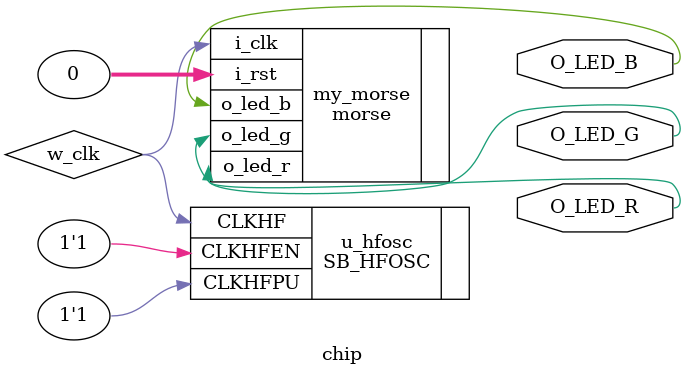
<source format=v>

module chip (
  output  O_LED_R,
  output  O_LED_G,
  output  O_LED_B
  );

  wire w_clk;

  SB_HFOSC u_hfosc (
          .CLKHFPU(1'b1),
          .CLKHFEN(1'b1),
          .CLKHF(w_clk)
      );

  morse my_morse (
    .i_clk(w_clk),
    .i_rst(0),
    .o_led_r(O_LED_R),
    .o_led_g(O_LED_G),
    .o_led_b(O_LED_B)
  );

endmodule

</source>
